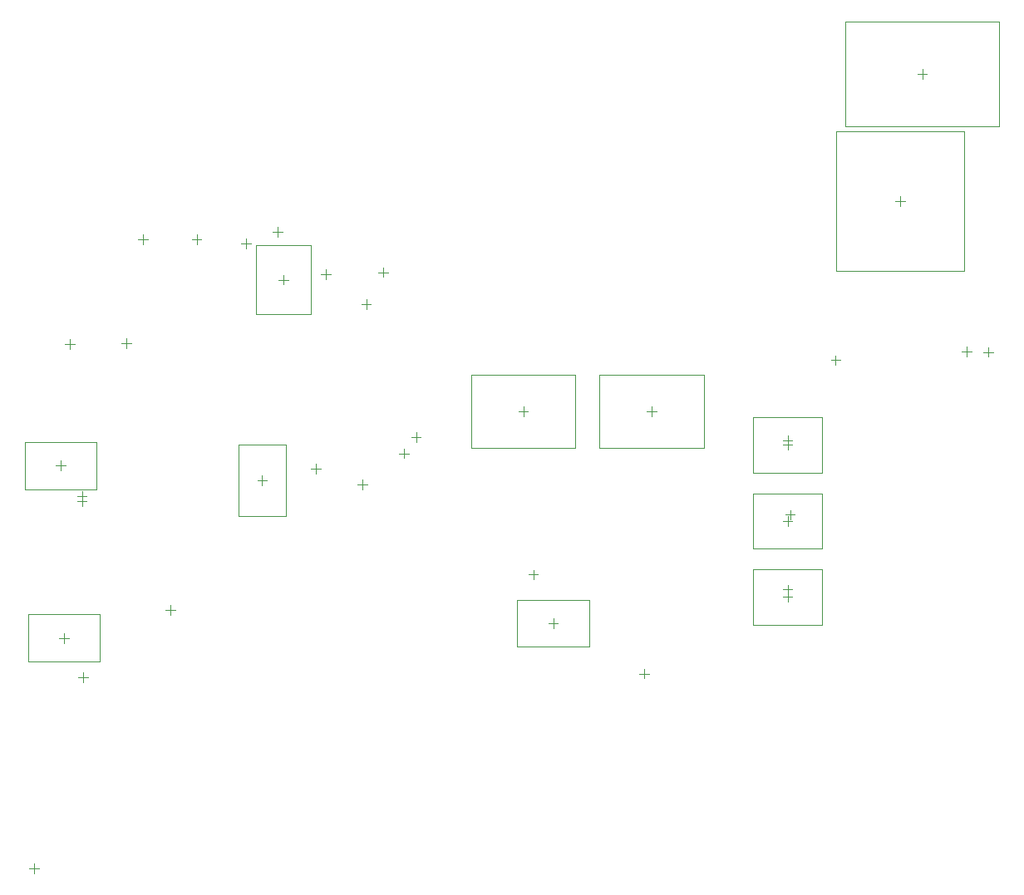
<source format=gbr>
G04 Layer_Color=32768*
%FSLAX25Y25*%
%MOIN*%
%TF.FileFunction,Other,Mechanical_15*%
%TF.Part,Single*%
G01*
G75*
%TA.AperFunction,NonConductor*%
%ADD92C,0.00394*%
%ADD93C,0.00197*%
D92*
X353700Y278132D02*
Y282068D01*
X351731Y280100D02*
X355668D01*
X362600Y329232D02*
Y333169D01*
X360631Y331200D02*
X364568D01*
X154622Y176964D02*
Y180901D01*
X152654Y178932D02*
X156591D01*
X23631Y161800D02*
X27569D01*
X25600Y159831D02*
Y163768D01*
X204631Y130300D02*
X208569D01*
X206600Y128331D02*
Y132269D01*
X23631Y159831D02*
X27569D01*
X25600Y157863D02*
Y161800D01*
X306631Y184268D02*
X310568D01*
X308600Y182300D02*
Y186237D01*
X307631Y154300D02*
X311568D01*
X309600Y152331D02*
Y156269D01*
X306631Y124300D02*
X310568D01*
X308600Y122332D02*
Y126268D01*
X214600Y108832D02*
Y112768D01*
X212632Y110800D02*
X216568D01*
X4431Y12500D02*
X8369D01*
X6400Y10531D02*
Y14469D01*
X48131Y264800D02*
X52069D01*
X50100Y262831D02*
Y266769D01*
X327900Y214332D02*
Y218268D01*
X325932Y216300D02*
X329869D01*
X69631Y264800D02*
X73568D01*
X71600Y262831D02*
Y266769D01*
X306631Y182300D02*
X310568D01*
X308600Y180332D02*
Y184268D01*
X254100Y193832D02*
Y197768D01*
X252132Y195800D02*
X256068D01*
X306631Y151800D02*
X310568D01*
X308600Y149831D02*
Y153769D01*
X202600Y193832D02*
Y197768D01*
X200631Y195800D02*
X204569D01*
X306631Y121300D02*
X310568D01*
X308600Y119332D02*
Y123268D01*
X387032Y219600D02*
X390968D01*
X389000Y217632D02*
Y221568D01*
X378331Y219800D02*
X382269D01*
X380300Y217831D02*
Y221768D01*
X106500Y246632D02*
Y250569D01*
X104532Y248600D02*
X108468D01*
X89432Y263000D02*
X93369D01*
X91400Y261032D02*
Y264968D01*
X104000Y265932D02*
Y269868D01*
X102032Y267900D02*
X105968D01*
X123400Y248932D02*
Y252869D01*
X121432Y250900D02*
X125368D01*
X146500Y249637D02*
Y253574D01*
X144532Y251606D02*
X148468D01*
X137631Y238868D02*
X141569D01*
X139600Y236900D02*
Y240837D01*
X249131Y90600D02*
X253068D01*
X251100Y88631D02*
Y92568D01*
X157632Y185500D02*
X161568D01*
X159600Y183531D02*
Y187469D01*
X138000Y164532D02*
Y168468D01*
X136031Y166500D02*
X139969D01*
X95932Y168100D02*
X99869D01*
X97900Y166131D02*
Y170069D01*
X117332Y172800D02*
X121268D01*
X119300Y170832D02*
Y174768D01*
X24132Y89200D02*
X28069D01*
X26100Y87231D02*
Y91168D01*
X59232Y116200D02*
X63169D01*
X61200Y114232D02*
Y118168D01*
X18300Y102931D02*
Y106869D01*
X16331Y104900D02*
X20268D01*
X43500Y221232D02*
Y225168D01*
X41532Y223200D02*
X45469D01*
X18732Y222900D02*
X22669D01*
X20700Y220932D02*
Y224868D01*
X17000Y172031D02*
Y175969D01*
X15032Y174000D02*
X18969D01*
D93*
X328110Y308151D02*
X379291D01*
X328110Y252049D02*
X379291D01*
X328110D02*
Y308151D01*
X379291Y252049D02*
Y308151D01*
X331695Y352165D02*
X393506D01*
X331695Y310235D02*
X393506D01*
Y352165D01*
X331695Y310235D02*
Y352165D01*
X200230Y101351D02*
X228970D01*
X200230Y120249D02*
X228970D01*
Y101351D02*
Y120249D01*
X200230Y101351D02*
Y120249D01*
X294722Y171276D02*
Y193324D01*
X322478Y171276D02*
Y193324D01*
X294722Y171276D02*
X322478D01*
X294722Y193324D02*
X322478D01*
X233234Y210465D02*
X274966D01*
X233234Y181135D02*
X274966D01*
X233234D02*
Y210465D01*
X274966Y181135D02*
Y210465D01*
X294722Y140776D02*
Y162824D01*
X322478Y140776D02*
Y162824D01*
X294722Y140776D02*
X322478D01*
X294722Y162824D02*
X322478D01*
X181734Y210465D02*
X223466D01*
X181734Y181135D02*
X223466D01*
X181734D02*
Y210465D01*
X223466Y181135D02*
Y210465D01*
X294722Y110276D02*
Y132324D01*
X322478Y110276D02*
Y132324D01*
X294722Y110276D02*
X322478D01*
X294722Y132324D02*
X322478D01*
X95476Y234722D02*
X117524D01*
X95476Y262478D02*
X117524D01*
Y234722D02*
Y262478D01*
X95476Y234722D02*
Y262478D01*
X88451Y153730D02*
Y182470D01*
X107349Y153730D02*
Y182470D01*
X88451D02*
X107349D01*
X88451Y153730D02*
X107349D01*
X3930Y114349D02*
X32670D01*
X3930Y95451D02*
X32670D01*
Y114349D01*
X3930Y95451D02*
Y114349D01*
X2630Y183449D02*
X31370D01*
X2630Y164551D02*
X31370D01*
Y183449D01*
X2630Y164551D02*
Y183449D01*
%TF.MD5,4edec55b4a41486607ccc3f1db4cf516*%
M02*

</source>
